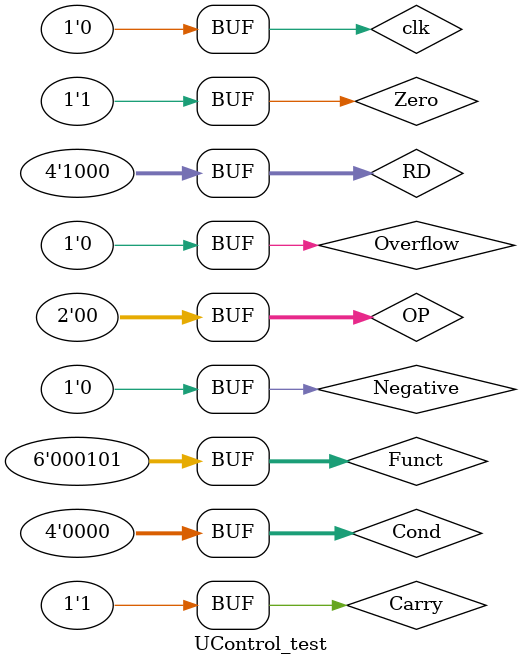
<source format=v>
`timescale 1ns / 1ps


module UControl_test;

	// Inputs
	reg clk;
	reg [3:0] Cond;
	reg [1:0] OP;
	reg [5:0] Funct;
	reg [3:0] RD;
	reg Zero;
	reg Negative;
	reg Carry;
	reg Overflow;

	// Outputs
	wire PCSrc;
	wire MemtoReg;
	wire MemWrite;
	wire ALUSrc;
	wire RegWrite;
	wire [1:0] RegSrc;
	wire [1:0] ImmSrc;
	wire [1:0] ALUControl;

	// Instantiate the Unit Under Test (UUT)
	UnitControl uut (
		.clk(clk), 
		.Cond(Cond), 
		.OP(OP), 
		.Funct(Funct), 
		.RD(RD), 
		.Zero(Zero), 
		.Negative(Negative), 
		.Carry(Carry), 
		.Overflow(Overflow), 
		.PCSrc(PCSrc), 
		.MemtoReg(MemtoReg), 
		.MemWrite(MemWrite), 
		.ALUSrc(ALUSrc), 
		.RegWrite(RegWrite), 
		.RegSrc(RegSrc), 
		.ImmSrc(ImmSrc), 
		.ALUControl(ALUControl)
	);

	initial begin
		// Initialize Inputs
		clk = 0;
		Cond = 0;
		OP = 0;
		Funct = 0;
		RD = 0;
		Zero = 0;
		Negative = 0;
		Carry = 0;
		Overflow = 0;

		// Wait 100 ns for global reset to finish
		#100;
        
		// Add stimulus here
		Cond = 14;
		OP = 0;
		Funct = 9;
		RD = 5;
		Zero = 1;
		Negative = 0;
		Carry = 0;
		Overflow = 0;
		
		#150;
		
		Cond = 0;
		OP = 0;
		Funct = 9;
		RD = 5;
		Zero = 0;
		Negative = 0;
		Carry = 0;
		Overflow = 0;
		
		#150;
		
		Cond = 0;
		OP = 0;
		Funct = 8;
		RD = 5;
		Zero = 1;
		Negative = 0;
		Carry = 0;
		Overflow = 0;
		
		#150;
		
		Cond = 14;
		OP = 0;
		Funct = 5;
		RD = 8;
		Zero = 1;
		Negative = 0;
		Carry = 1;
		Overflow = 0;
		
		#150;
		
		Cond = 14;
		OP = 0;
		Funct = 5;
		RD = 8;
		Zero = 0;
		Negative = 0;
		Carry = 1;
		Overflow = 0;
		
		#150;
		
		Cond = 0;
		OP = 0;
		Funct = 5;
		RD = 8;
		Zero = 1;
		Negative = 0;
		Carry = 1;
		Overflow = 0;
	end

always begin
#5; clk=1;
#5; clk=0;
end
endmodule


</source>
